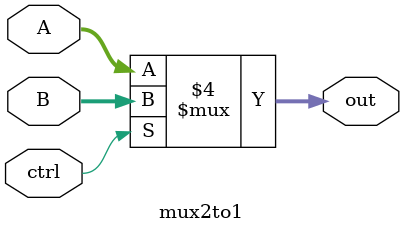
<source format=v>
module mux2to1(A,B,out,ctrl);
parameter width = 32;

  input [width-1:0] A;
  input [width-1:0] B;
  input ctrl;
  output reg [width-1:0] out;

always@(A,B,ctrl)
  if(!ctrl) out = A;
  else out = B;

endmodule
</source>
